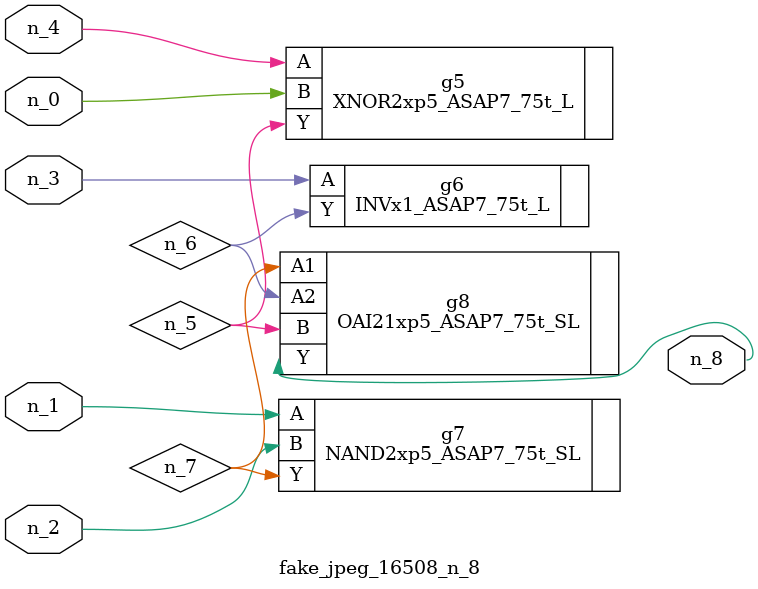
<source format=v>
module fake_jpeg_16508_n_8 (n_3, n_2, n_1, n_0, n_4, n_8);

input n_3;
input n_2;
input n_1;
input n_0;
input n_4;

output n_8;

wire n_6;
wire n_5;
wire n_7;

XNOR2xp5_ASAP7_75t_L g5 ( 
.A(n_4),
.B(n_0),
.Y(n_5)
);

INVx1_ASAP7_75t_L g6 ( 
.A(n_3),
.Y(n_6)
);

NAND2xp5_ASAP7_75t_SL g7 ( 
.A(n_1),
.B(n_2),
.Y(n_7)
);

OAI21xp5_ASAP7_75t_SL g8 ( 
.A1(n_7),
.A2(n_6),
.B(n_5),
.Y(n_8)
);


endmodule
</source>
